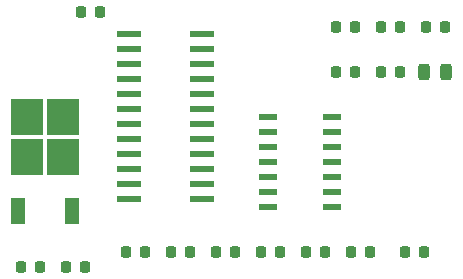
<source format=gbr>
G04 #@! TF.GenerationSoftware,KiCad,Pcbnew,(6.0.6-0)*
G04 #@! TF.CreationDate,2022-10-21T02:43:14+09:00*
G04 #@! TF.ProjectId,Spica,53706963-612e-46b6-9963-61645f706362,rev?*
G04 #@! TF.SameCoordinates,Original*
G04 #@! TF.FileFunction,Paste,Top*
G04 #@! TF.FilePolarity,Positive*
%FSLAX46Y46*%
G04 Gerber Fmt 4.6, Leading zero omitted, Abs format (unit mm)*
G04 Created by KiCad (PCBNEW (6.0.6-0)) date 2022-10-21 02:43:14*
%MOMM*%
%LPD*%
G01*
G04 APERTURE LIST*
G04 Aperture macros list*
%AMRoundRect*
0 Rectangle with rounded corners*
0 $1 Rounding radius*
0 $2 $3 $4 $5 $6 $7 $8 $9 X,Y pos of 4 corners*
0 Add a 4 corners polygon primitive as box body*
4,1,4,$2,$3,$4,$5,$6,$7,$8,$9,$2,$3,0*
0 Add four circle primitives for the rounded corners*
1,1,$1+$1,$2,$3*
1,1,$1+$1,$4,$5*
1,1,$1+$1,$6,$7*
1,1,$1+$1,$8,$9*
0 Add four rect primitives between the rounded corners*
20,1,$1+$1,$2,$3,$4,$5,0*
20,1,$1+$1,$4,$5,$6,$7,0*
20,1,$1+$1,$6,$7,$8,$9,0*
20,1,$1+$1,$8,$9,$2,$3,0*%
G04 Aperture macros list end*
%ADD10R,2.000000X0.600000*%
%ADD11RoundRect,0.218750X-0.218750X-0.256250X0.218750X-0.256250X0.218750X0.256250X-0.218750X0.256250X0*%
%ADD12RoundRect,0.243750X-0.243750X-0.456250X0.243750X-0.456250X0.243750X0.456250X-0.243750X0.456250X0*%
%ADD13RoundRect,0.218750X0.218750X0.256250X-0.218750X0.256250X-0.218750X-0.256250X0.218750X-0.256250X0*%
%ADD14R,1.500000X0.600000*%
%ADD15R,2.750000X3.050000*%
%ADD16R,1.200000X2.200000*%
G04 APERTURE END LIST*
D10*
X66750000Y-79375000D03*
X66750000Y-80645000D03*
X66750000Y-81915000D03*
X66750000Y-83185000D03*
X66750000Y-84455000D03*
X66750000Y-85725000D03*
X66750000Y-86995000D03*
X66750000Y-88265000D03*
X66750000Y-89535000D03*
X66750000Y-90805000D03*
X66750000Y-92075000D03*
X66750000Y-93345000D03*
X72950000Y-93345000D03*
X72950000Y-92075000D03*
X72950000Y-90805000D03*
X72950000Y-89535000D03*
X72950000Y-88265000D03*
X72950000Y-86995000D03*
X72950000Y-85725000D03*
X72950000Y-84455000D03*
X72950000Y-83185000D03*
X72950000Y-81915000D03*
X72950000Y-80645000D03*
X72950000Y-79375000D03*
D11*
X66522500Y-97790000D03*
X68097500Y-97790000D03*
X70332500Y-97790000D03*
X71907500Y-97790000D03*
X74142500Y-97790000D03*
X75717500Y-97790000D03*
X88112500Y-82550000D03*
X89687500Y-82550000D03*
X77952500Y-97790000D03*
X79527500Y-97790000D03*
X57632500Y-99060000D03*
X59207500Y-99060000D03*
X61442500Y-99060000D03*
X63017500Y-99060000D03*
X81762500Y-97790000D03*
X83337500Y-97790000D03*
X85572500Y-97790000D03*
X87147500Y-97790000D03*
X90170000Y-97790000D03*
X91745000Y-97790000D03*
D12*
X91772500Y-82550000D03*
X93647500Y-82550000D03*
D13*
X64287500Y-77470000D03*
X62712500Y-77470000D03*
D11*
X84302500Y-78740000D03*
X85877500Y-78740000D03*
X88112500Y-78740000D03*
X89687500Y-78740000D03*
X91922500Y-78740000D03*
X93497500Y-78740000D03*
D14*
X78580000Y-86360000D03*
X78580000Y-87630000D03*
X78580000Y-88900000D03*
X78580000Y-90170000D03*
X78580000Y-91440000D03*
X78580000Y-92710000D03*
X78580000Y-93980000D03*
X83980000Y-93980000D03*
X83980000Y-92710000D03*
X83980000Y-91440000D03*
X83980000Y-90170000D03*
X83980000Y-88900000D03*
X83980000Y-87630000D03*
X83980000Y-86360000D03*
D15*
X61215000Y-86395000D03*
X61215000Y-89745000D03*
X58165000Y-89745000D03*
X58165000Y-86395000D03*
D16*
X57410000Y-94370000D03*
X61970000Y-94370000D03*
D11*
X84302500Y-82550000D03*
X85877500Y-82550000D03*
M02*

</source>
